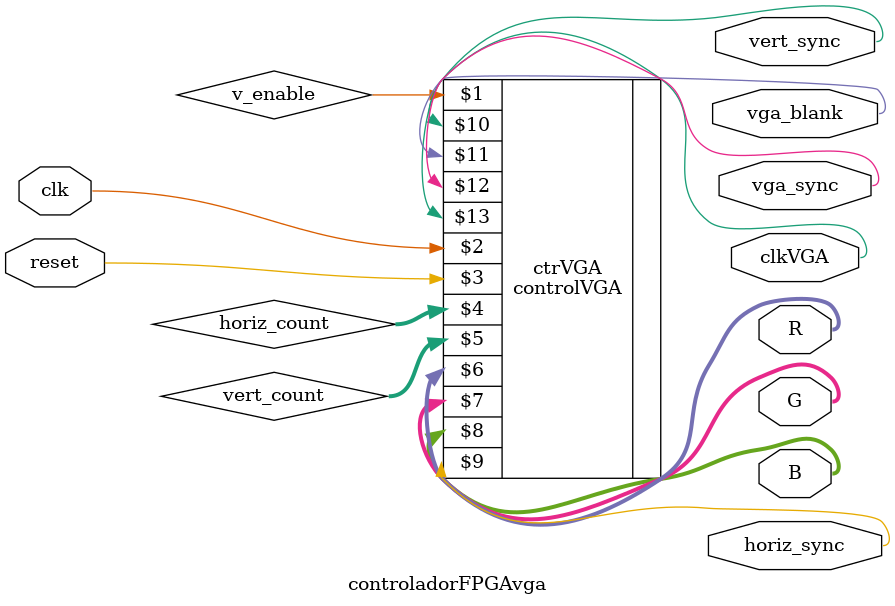
<source format=sv>
module controladorFPGAvga #(parameter N=15)(clk, reset, R, G, B, 
										horiz_sync, vert_sync, vga_blank, vga_sync, clkVGA);
	input logic clk, reset;
	output logic [7:0] R, G, B;
	output logic horiz_sync, vert_sync;
	output logic clkVGA;
	output logic vga_blank, vga_sync;
	
	logic [N:0] horiz_count, vert_count;
	logic v_enable;
	
	controlVGA #(N) ctrVGA (v_enable, clk, reset, horiz_count, vert_count, R, G, B, 
										horiz_sync, vert_sync, vga_blank, vga_sync, clkVGA);
endmodule 
</source>
